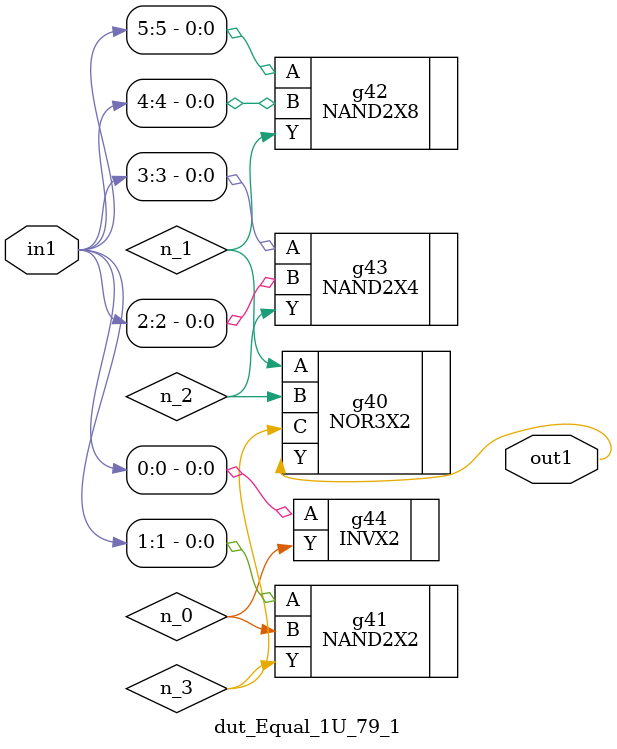
<source format=v>
`timescale 1ps / 1ps


module dut_Equal_1U_79_1(in1, out1);
  input [5:0] in1;
  output out1;
  wire [5:0] in1;
  wire out1;
  wire n_0, n_1, n_2, n_3;
  NOR3X2 g40(.A (n_1), .B (n_2), .C (n_3), .Y (out1));
  NAND2X2 g41(.A (in1[1]), .B (n_0), .Y (n_3));
  NAND2X4 g43(.A (in1[3]), .B (in1[2]), .Y (n_2));
  NAND2X8 g42(.A (in1[5]), .B (in1[4]), .Y (n_1));
  INVX2 g44(.A (in1[0]), .Y (n_0));
endmodule



</source>
